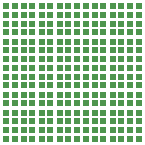
<source format=gts>
G04*
G04 #@! TF.GenerationSoftware,Altium Limited,Altium Designer,21.5.1 (32)*
G04*
G04 Layer_Color=8388736*
%FSLAX44Y44*%
%MOMM*%
G71*
G04*
G04 #@! TF.SameCoordinates,FA4849B1-0F6B-47E3-B241-1F84AE2CF7D8*
G04*
G04*
G04 #@! TF.FilePolarity,Negative*
G04*
G01*
G75*
%ADD12R,0.5000X0.5000*%
%ADD13R,0.5000X0.5000*%
D12*
X116000Y49000D02*
D03*
Y56000D02*
D03*
X109000D02*
D03*
Y49000D02*
D03*
X86000Y19000D02*
D03*
Y26000D02*
D03*
X79000D02*
D03*
Y19000D02*
D03*
X64000Y41000D02*
D03*
Y34000D02*
D03*
X71000D02*
D03*
Y41000D02*
D03*
X86000Y49000D02*
D03*
Y56000D02*
D03*
X79000D02*
D03*
Y49000D02*
D03*
X116000Y19000D02*
D03*
Y26000D02*
D03*
X109000D02*
D03*
Y19000D02*
D03*
X64000Y71000D02*
D03*
Y64000D02*
D03*
X71000D02*
D03*
Y71000D02*
D03*
X86000Y79000D02*
D03*
Y86000D02*
D03*
X79000D02*
D03*
Y79000D02*
D03*
X64000Y101000D02*
D03*
Y94000D02*
D03*
X71000D02*
D03*
Y101000D02*
D03*
X86000Y109000D02*
D03*
Y116000D02*
D03*
X79000D02*
D03*
Y109000D02*
D03*
X94000Y71000D02*
D03*
Y64000D02*
D03*
X101000D02*
D03*
Y71000D02*
D03*
X116000Y79000D02*
D03*
Y86000D02*
D03*
X109000D02*
D03*
Y79000D02*
D03*
X94000Y101000D02*
D03*
Y94000D02*
D03*
X101000D02*
D03*
Y101000D02*
D03*
X116000Y109000D02*
D03*
Y116000D02*
D03*
X109000D02*
D03*
Y109000D02*
D03*
X94000Y41000D02*
D03*
Y34000D02*
D03*
X101000D02*
D03*
Y41000D02*
D03*
X11000Y11000D02*
D03*
Y4000D02*
D03*
X4000D02*
D03*
Y11000D02*
D03*
X71000D02*
D03*
Y4000D02*
D03*
X64000D02*
D03*
Y11000D02*
D03*
X41000D02*
D03*
Y4000D02*
D03*
X34000D02*
D03*
Y11000D02*
D03*
X101000D02*
D03*
Y4000D02*
D03*
X94000D02*
D03*
Y11000D02*
D03*
X19000Y109000D02*
D03*
Y116000D02*
D03*
X26000D02*
D03*
Y109000D02*
D03*
X49000D02*
D03*
Y116000D02*
D03*
X56000D02*
D03*
Y109000D02*
D03*
X41000Y101000D02*
D03*
Y94000D02*
D03*
X34000D02*
D03*
Y101000D02*
D03*
X11000D02*
D03*
Y94000D02*
D03*
X4000D02*
D03*
Y101000D02*
D03*
X19000Y79000D02*
D03*
Y86000D02*
D03*
X26000D02*
D03*
Y79000D02*
D03*
X49000D02*
D03*
Y86000D02*
D03*
X56000D02*
D03*
Y79000D02*
D03*
X41000Y71000D02*
D03*
Y64000D02*
D03*
X34000D02*
D03*
Y71000D02*
D03*
X11000D02*
D03*
Y64000D02*
D03*
X4000D02*
D03*
Y71000D02*
D03*
X19000Y49000D02*
D03*
Y56000D02*
D03*
X26000D02*
D03*
Y49000D02*
D03*
X49000D02*
D03*
Y56000D02*
D03*
X56000D02*
D03*
Y49000D02*
D03*
X41000Y41000D02*
D03*
Y34000D02*
D03*
X34000D02*
D03*
Y41000D02*
D03*
X11000D02*
D03*
Y34000D02*
D03*
X4000D02*
D03*
Y41000D02*
D03*
X19000Y19000D02*
D03*
Y26000D02*
D03*
X26000D02*
D03*
Y19000D02*
D03*
X49000D02*
D03*
Y26000D02*
D03*
X56000D02*
D03*
Y19000D02*
D03*
D13*
X109000Y34000D02*
D03*
X116000D02*
D03*
Y41000D02*
D03*
X109000D02*
D03*
X71000Y26000D02*
D03*
X64000D02*
D03*
Y19000D02*
D03*
X71000D02*
D03*
X79000Y34000D02*
D03*
X86000D02*
D03*
Y41000D02*
D03*
X79000D02*
D03*
X71000Y56000D02*
D03*
X64000D02*
D03*
Y49000D02*
D03*
X71000D02*
D03*
X101000Y26000D02*
D03*
X94000D02*
D03*
Y19000D02*
D03*
X101000D02*
D03*
X79000Y64000D02*
D03*
X86000D02*
D03*
Y71000D02*
D03*
X79000D02*
D03*
X71000Y86000D02*
D03*
X64000D02*
D03*
Y79000D02*
D03*
X71000D02*
D03*
X79000Y94000D02*
D03*
X86000D02*
D03*
Y101000D02*
D03*
X79000D02*
D03*
X71000Y116000D02*
D03*
X64000D02*
D03*
Y109000D02*
D03*
X71000D02*
D03*
X109000Y64000D02*
D03*
X116000D02*
D03*
Y71000D02*
D03*
X109000D02*
D03*
X101000Y86000D02*
D03*
X94000D02*
D03*
Y79000D02*
D03*
X101000D02*
D03*
X109000Y94000D02*
D03*
X116000D02*
D03*
Y101000D02*
D03*
X109000D02*
D03*
X101000Y116000D02*
D03*
X94000D02*
D03*
Y109000D02*
D03*
X101000D02*
D03*
Y56000D02*
D03*
X94000D02*
D03*
Y49000D02*
D03*
X101000D02*
D03*
X19000Y11000D02*
D03*
X26000D02*
D03*
Y4000D02*
D03*
X19000D02*
D03*
X109000Y11000D02*
D03*
X116000D02*
D03*
Y4000D02*
D03*
X109000D02*
D03*
X49000Y11000D02*
D03*
X56000D02*
D03*
Y4000D02*
D03*
X49000D02*
D03*
X79000Y11000D02*
D03*
X86000D02*
D03*
Y4000D02*
D03*
X79000D02*
D03*
X11000Y109000D02*
D03*
X4000D02*
D03*
Y116000D02*
D03*
X11000D02*
D03*
X41000Y109000D02*
D03*
X34000D02*
D03*
Y116000D02*
D03*
X41000D02*
D03*
X49000Y101000D02*
D03*
X56000D02*
D03*
Y94000D02*
D03*
X49000D02*
D03*
X19000Y101000D02*
D03*
X26000D02*
D03*
Y94000D02*
D03*
X19000D02*
D03*
X11000Y79000D02*
D03*
X4000D02*
D03*
Y86000D02*
D03*
X11000D02*
D03*
X41000Y79000D02*
D03*
X34000D02*
D03*
Y86000D02*
D03*
X41000D02*
D03*
X49000Y71000D02*
D03*
X56000D02*
D03*
Y64000D02*
D03*
X49000D02*
D03*
X19000Y71000D02*
D03*
X26000D02*
D03*
Y64000D02*
D03*
X19000D02*
D03*
X11000Y49000D02*
D03*
X4000D02*
D03*
Y56000D02*
D03*
X11000D02*
D03*
X41000Y49000D02*
D03*
X34000D02*
D03*
Y56000D02*
D03*
X41000D02*
D03*
X49000Y41000D02*
D03*
X56000D02*
D03*
Y34000D02*
D03*
X49000D02*
D03*
X19000Y41000D02*
D03*
X26000D02*
D03*
Y34000D02*
D03*
X19000D02*
D03*
X11000Y19000D02*
D03*
X4000D02*
D03*
Y26000D02*
D03*
X11000D02*
D03*
X41000Y19000D02*
D03*
X34000D02*
D03*
Y26000D02*
D03*
X41000D02*
D03*
M02*

</source>
